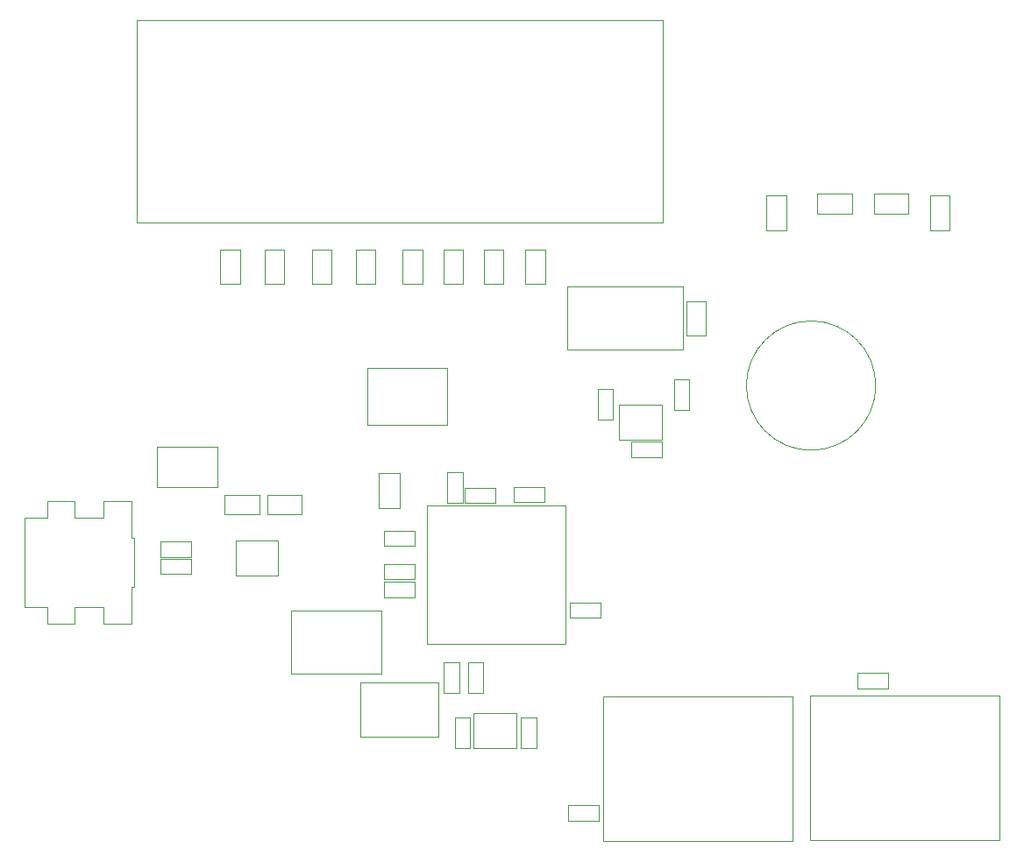
<source format=gbr>
%TF.GenerationSoftware,KiCad,Pcbnew,7.0.1*%
%TF.CreationDate,2023-04-24T08:20:04-06:00*%
%TF.ProjectId,Phase_B_Prototype,50686173-655f-4425-9f50-726f746f7479,rev?*%
%TF.SameCoordinates,Original*%
%TF.FileFunction,Other,User*%
%FSLAX46Y46*%
G04 Gerber Fmt 4.6, Leading zero omitted, Abs format (unit mm)*
G04 Created by KiCad (PCBNEW 7.0.1) date 2023-04-24 08:20:04*
%MOMM*%
%LPD*%
G01*
G04 APERTURE LIST*
%ADD10C,0.050000*%
%ADD11C,0.100000*%
G04 APERTURE END LIST*
D10*
%TO.C,U1*%
X113068000Y-61274000D02*
X113068000Y-41774000D01*
X163868000Y-61274000D02*
X113068000Y-61274000D01*
X113068000Y-41774000D02*
X163868000Y-41774000D01*
X163868000Y-41774000D02*
X163868000Y-61274000D01*
%TO.C,R17*%
X168056600Y-68881200D02*
X168056600Y-72241200D01*
X166156600Y-68881200D02*
X168056600Y-68881200D01*
X168056600Y-72241200D02*
X166156600Y-72241200D01*
X166156600Y-72241200D02*
X166156600Y-68881200D01*
%TO.C,S3*%
X142189800Y-111023400D02*
X134689800Y-111023400D01*
X142189800Y-105723400D02*
X142189800Y-111023400D01*
X134689800Y-111023400D02*
X134689800Y-105723400D01*
X134689800Y-105723400D02*
X142189800Y-105723400D01*
%TO.C,R11*%
X142725000Y-67252100D02*
X142725000Y-63892100D01*
X144625000Y-67252100D02*
X142725000Y-67252100D01*
X142725000Y-63892100D02*
X144625000Y-63892100D01*
X144625000Y-63892100D02*
X144625000Y-67252100D01*
%TO.C,C2*%
X151682200Y-109124000D02*
X151682200Y-112084000D01*
X150222200Y-109124000D02*
X151682200Y-109124000D01*
X151682200Y-112084000D02*
X150222200Y-112084000D01*
X150222200Y-112084000D02*
X150222200Y-109124000D01*
%TO.C,R12*%
X146611200Y-67252100D02*
X146611200Y-63892100D01*
X148511200Y-67252100D02*
X146611200Y-67252100D01*
X146611200Y-63892100D02*
X148511200Y-63892100D01*
X148511200Y-63892100D02*
X148511200Y-67252100D01*
%TO.C,Y1*%
X149796000Y-112113800D02*
X149796000Y-108713800D01*
X149796000Y-108713800D02*
X145596000Y-108713800D01*
X145596000Y-112113800D02*
X149796000Y-112113800D01*
X145596000Y-108713800D02*
X145596000Y-112113800D01*
%TO.C,R3*%
X173913900Y-62064800D02*
X173913900Y-58704800D01*
X175813900Y-62064800D02*
X173913900Y-62064800D01*
X173913900Y-58704800D02*
X175813900Y-58704800D01*
X175813900Y-58704800D02*
X175813900Y-62064800D01*
%TO.C,R14*%
X129046300Y-89532600D02*
X125686300Y-89532600D01*
X129046300Y-87632600D02*
X129046300Y-89532600D01*
X125686300Y-89532600D02*
X125686300Y-87632600D01*
X125686300Y-87632600D02*
X129046300Y-87632600D01*
%TO.C,F1*%
X115020200Y-82949600D02*
X120920200Y-82949600D01*
X115020200Y-86849600D02*
X115020200Y-82949600D01*
X120920200Y-82949600D02*
X120920200Y-86849600D01*
X120920200Y-86849600D02*
X115020200Y-86849600D01*
%TO.C,U4*%
X122657900Y-92051000D02*
X122657900Y-95451000D01*
X122657900Y-95451000D02*
X126757900Y-95451000D01*
X126757900Y-92051000D02*
X122657900Y-92051000D01*
X126757900Y-95451000D02*
X126757900Y-92051000D01*
D11*
%TO.C,S1*%
X176434200Y-121073400D02*
X158134200Y-121073400D01*
X176434200Y-121073400D02*
X158134200Y-121073400D01*
X176434200Y-107073400D02*
X176434200Y-121073400D01*
X176434200Y-107073400D02*
X176434200Y-121073400D01*
X158134200Y-121073400D02*
X158134200Y-107073400D01*
X158134200Y-121073400D02*
X158134200Y-107073400D01*
X158134200Y-107073400D02*
X176434200Y-107073400D01*
X158134200Y-107073400D02*
X176434200Y-107073400D01*
D10*
%TO.C,R6*%
X134241400Y-67252100D02*
X134241400Y-63892100D01*
X136141400Y-67252100D02*
X134241400Y-67252100D01*
X134241400Y-63892100D02*
X136141400Y-63892100D01*
X136141400Y-63892100D02*
X136141400Y-67252100D01*
%TO.C,J3*%
X154664000Y-73555000D02*
X154664000Y-67455000D01*
X165864000Y-73555000D02*
X154664000Y-73555000D01*
X154664000Y-67455000D02*
X165864000Y-67455000D01*
X165864000Y-67455000D02*
X165864000Y-73555000D01*
%TO.C,C9*%
X139923000Y-97504000D02*
X136963000Y-97504000D01*
X139923000Y-96044000D02*
X139923000Y-97504000D01*
X136963000Y-97504000D02*
X136963000Y-96044000D01*
X136963000Y-96044000D02*
X139923000Y-96044000D01*
%TO.C,R9*%
X125427600Y-67252100D02*
X125427600Y-63892100D01*
X127327600Y-67252100D02*
X125427600Y-67252100D01*
X125427600Y-63892100D02*
X127327600Y-63892100D01*
X127327600Y-63892100D02*
X127327600Y-67252100D01*
%TO.C,C12*%
X157639000Y-80359400D02*
X157639000Y-77399400D01*
X159099000Y-80359400D02*
X157639000Y-80359400D01*
X157639000Y-77399400D02*
X159099000Y-77399400D01*
X159099000Y-77399400D02*
X159099000Y-80359400D01*
%TO.C,U3*%
X141140600Y-88613600D02*
X141140600Y-102013600D01*
X141140600Y-88613600D02*
X154540600Y-88613600D01*
X141140600Y-102013600D02*
X154540600Y-102013600D01*
X154540600Y-88613600D02*
X154540600Y-102013600D01*
%TO.C,C6*%
X154920200Y-98050600D02*
X157880200Y-98050600D01*
X154920200Y-99510600D02*
X154920200Y-98050600D01*
X157880200Y-98050600D02*
X157880200Y-99510600D01*
X157880200Y-99510600D02*
X154920200Y-99510600D01*
%TO.C,R15*%
X115422400Y-93818600D02*
X118382400Y-93818600D01*
X115422400Y-95278600D02*
X115422400Y-93818600D01*
X118382400Y-93818600D02*
X118382400Y-95278600D01*
X118382400Y-95278600D02*
X115422400Y-95278600D01*
%TO.C,R16*%
X115422400Y-92142200D02*
X118382400Y-92142200D01*
X115422400Y-93602200D02*
X115422400Y-92142200D01*
X118382400Y-92142200D02*
X118382400Y-93602200D01*
X118382400Y-93602200D02*
X115422400Y-93602200D01*
%TO.C,R8*%
X129999600Y-67252100D02*
X129999600Y-63892100D01*
X131899600Y-67252100D02*
X129999600Y-67252100D01*
X129999600Y-63892100D02*
X131899600Y-63892100D01*
X131899600Y-63892100D02*
X131899600Y-67252100D01*
%TO.C,C14*%
X165005000Y-79394200D02*
X165005000Y-76434200D01*
X166465000Y-79394200D02*
X165005000Y-79394200D01*
X165005000Y-76434200D02*
X166465000Y-76434200D01*
X166465000Y-76434200D02*
X166465000Y-79394200D01*
%TO.C,C5*%
X143110200Y-88385800D02*
X143110200Y-85425800D01*
X144570200Y-88385800D02*
X143110200Y-88385800D01*
X143110200Y-85425800D02*
X144570200Y-85425800D01*
X144570200Y-85425800D02*
X144570200Y-88385800D01*
%TO.C,C13*%
X163773600Y-83965800D02*
X160813600Y-83965800D01*
X163773600Y-82505800D02*
X163773600Y-83965800D01*
X160813600Y-83965800D02*
X160813600Y-82505800D01*
X160813600Y-82505800D02*
X163773600Y-82505800D01*
%TO.C,C1*%
X143821400Y-112109400D02*
X143821400Y-109149400D01*
X145281400Y-112109400D02*
X143821400Y-112109400D01*
X143821400Y-109149400D02*
X145281400Y-109149400D01*
X145281400Y-109149400D02*
X145281400Y-112109400D01*
%TO.C,R10*%
X121160400Y-67252100D02*
X121160400Y-63892100D01*
X123060400Y-67252100D02*
X121160400Y-67252100D01*
X121160400Y-63892100D02*
X123060400Y-63892100D01*
X123060400Y-63892100D02*
X123060400Y-67252100D01*
%TO.C,R4*%
X189689600Y-62066700D02*
X189689600Y-58706700D01*
X191589600Y-62066700D02*
X189689600Y-62066700D01*
X189689600Y-58706700D02*
X191589600Y-58706700D01*
X191589600Y-58706700D02*
X191589600Y-62066700D01*
%TO.C,C3*%
X152483000Y-88334600D02*
X149523000Y-88334600D01*
X152483000Y-86874600D02*
X152483000Y-88334600D01*
X149523000Y-88334600D02*
X149523000Y-86874600D01*
X149523000Y-86874600D02*
X152483000Y-86874600D01*
%TO.C,C7*%
X146576800Y-103840800D02*
X146576800Y-106800800D01*
X145116800Y-103840800D02*
X146576800Y-103840800D01*
X146576800Y-106800800D02*
X145116800Y-106800800D01*
X145116800Y-106800800D02*
X145116800Y-103840800D01*
D11*
%TO.C,S2*%
X196398600Y-121022600D02*
X178098600Y-121022600D01*
X196398600Y-121022600D02*
X178098600Y-121022600D01*
X196398600Y-107022600D02*
X196398600Y-121022600D01*
X196398600Y-107022600D02*
X196398600Y-121022600D01*
X178098600Y-121022600D02*
X178098600Y-107022600D01*
X178098600Y-121022600D02*
X178098600Y-107022600D01*
X178098600Y-107022600D02*
X196398600Y-107022600D01*
X178098600Y-107022600D02*
X196398600Y-107022600D01*
D10*
%TO.C,C11*%
X139923000Y-95776800D02*
X136963000Y-95776800D01*
X139923000Y-94316800D02*
X139923000Y-95776800D01*
X136963000Y-95776800D02*
X136963000Y-94316800D01*
X136963000Y-94316800D02*
X139923000Y-94316800D01*
%TO.C,D2*%
X184286000Y-58520400D02*
X187646000Y-58520400D01*
X184286000Y-60420400D02*
X184286000Y-58520400D01*
X187646000Y-58520400D02*
X187646000Y-60420400D01*
X187646000Y-60420400D02*
X184286000Y-60420400D01*
%TO.C,R7*%
X138762600Y-67252100D02*
X138762600Y-63892100D01*
X140662600Y-67252100D02*
X138762600Y-67252100D01*
X138762600Y-63892100D02*
X140662600Y-63892100D01*
X140662600Y-63892100D02*
X140662600Y-67252100D01*
%TO.C,C8*%
X139922400Y-92576400D02*
X136962400Y-92576400D01*
X139922400Y-91116400D02*
X139922400Y-92576400D01*
X136962400Y-92576400D02*
X136962400Y-91116400D01*
X136962400Y-91116400D02*
X139922400Y-91116400D01*
%TO.C,R5*%
X150624400Y-67252100D02*
X150624400Y-63892100D01*
X152524400Y-67252100D02*
X150624400Y-67252100D01*
X150624400Y-63892100D02*
X152524400Y-63892100D01*
X152524400Y-63892100D02*
X152524400Y-67252100D01*
%TO.C,J1*%
X112573000Y-88205000D02*
X109873000Y-88205000D01*
X112573000Y-88205000D02*
X112573000Y-91805000D01*
X107123000Y-88205000D02*
X104423000Y-88205000D01*
X109873000Y-89805000D02*
X109873000Y-88205000D01*
X109873000Y-89805000D02*
X107123000Y-89805000D01*
X107123000Y-89805000D02*
X107123000Y-88205000D01*
X104423000Y-89805000D02*
X104423000Y-88205000D01*
X102273000Y-89805000D02*
X104423000Y-89805000D01*
X102273000Y-89805000D02*
X102273000Y-98505000D01*
X112573000Y-91805000D02*
X112823000Y-91805000D01*
X112823000Y-96505000D02*
X112823000Y-91805000D01*
X112573000Y-96505000D02*
X112823000Y-96505000D01*
X109873000Y-98505000D02*
X107123000Y-98505000D01*
X109873000Y-98505000D02*
X109873000Y-100105000D01*
X107123000Y-98505000D02*
X107123000Y-100105000D01*
X104423000Y-98505000D02*
X104423000Y-100105000D01*
X102273000Y-98505000D02*
X104423000Y-98505000D01*
X112573000Y-100105000D02*
X112573000Y-96505000D01*
X112573000Y-100105000D02*
X109873000Y-100105000D01*
X107123000Y-100105000D02*
X104423000Y-100105000D01*
%TO.C,D3*%
X121573400Y-87632600D02*
X124933400Y-87632600D01*
X121573400Y-89532600D02*
X121573400Y-87632600D01*
X124933400Y-87632600D02*
X124933400Y-89532600D01*
X124933400Y-89532600D02*
X121573400Y-89532600D01*
%TO.C,U2*%
X135380000Y-75367800D02*
X135380000Y-80867800D01*
X135380000Y-80867800D02*
X143080000Y-80867800D01*
X143080000Y-75367800D02*
X135380000Y-75367800D01*
X143080000Y-80867800D02*
X143080000Y-75367800D01*
%TO.C,R2*%
X182707600Y-104857800D02*
X185667600Y-104857800D01*
X182707600Y-106317800D02*
X182707600Y-104857800D01*
X185667600Y-104857800D02*
X185667600Y-106317800D01*
X185667600Y-106317800D02*
X182707600Y-106317800D01*
%TO.C,R1*%
X157702600Y-119106800D02*
X154742600Y-119106800D01*
X157702600Y-117646800D02*
X157702600Y-119106800D01*
X154742600Y-119106800D02*
X154742600Y-117646800D01*
X154742600Y-117646800D02*
X157702600Y-117646800D01*
%TO.C,U5*%
X159702700Y-78884000D02*
X159702700Y-82284000D01*
X159702700Y-82284000D02*
X163802700Y-82284000D01*
X163802700Y-78884000D02*
X159702700Y-78884000D01*
X163802700Y-82284000D02*
X163802700Y-78884000D01*
%TO.C,D1*%
X182155000Y-60420400D02*
X178795000Y-60420400D01*
X182155000Y-58520400D02*
X182155000Y-60420400D01*
X178795000Y-60420400D02*
X178795000Y-58520400D01*
X178795000Y-58520400D02*
X182155000Y-58520400D01*
%TO.C,C10*%
X144734800Y-86925400D02*
X147694800Y-86925400D01*
X144734800Y-88385400D02*
X144734800Y-86925400D01*
X147694800Y-86925400D02*
X147694800Y-88385400D01*
X147694800Y-88385400D02*
X144734800Y-88385400D01*
%TO.C,R13*%
X142767200Y-106737200D02*
X142767200Y-103777200D01*
X144227200Y-106737200D02*
X142767200Y-106737200D01*
X142767200Y-103777200D02*
X144227200Y-103777200D01*
X144227200Y-103777200D02*
X144227200Y-106737200D01*
%TO.C,J2*%
X136686600Y-98796800D02*
X136686600Y-104896800D01*
X128036600Y-98796800D02*
X136686600Y-98796800D01*
X136686600Y-104896800D02*
X128036600Y-104896800D01*
X128036600Y-104896800D02*
X128036600Y-98796800D01*
%TO.C,C4*%
X138470200Y-85488000D02*
X138470200Y-88888000D01*
X136510200Y-85488000D02*
X138470200Y-85488000D01*
X138470200Y-88888000D02*
X136510200Y-88888000D01*
X136510200Y-88888000D02*
X136510200Y-85488000D01*
%TO.C,LS1*%
X184471800Y-77063600D02*
G75*
G03*
X184471800Y-77063600I-6250000J0D01*
G01*
%TD*%
M02*

</source>
